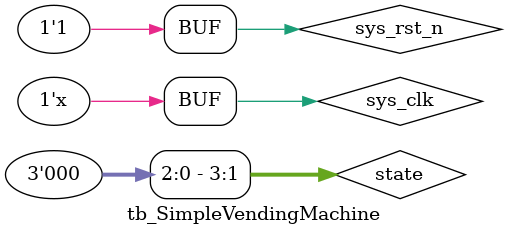
<source format=v>
`timescale 1ns/1ns

module tb_SimpleVendingMachine();
//reg define
reg sys_clk ;
reg sys_rst_n ;
reg [1:0] i_money ;

//wire define
wire o_cola;
wire o_change;

//Init inputs
initial begin
    sys_clk = 1'b1;
    sys_rst_n <= 1'b0;
    #20 // pre-rst
    sys_rst_n <= 1'b1;
end

//Simulate system clock (50M Hz)
    always #10 sys_clk = ~sys_clk;

    always begin
        #500 sys_rst_n = 1'b0; //reset
        #20 sys_rst_n = 1'b1; //release reset
    end
	 
//Generate the random input
    always@(posedge sys_clk or negedge sys_rst_n)
    if(sys_rst_n == 1'b0)
        i_money <= 2'b0;
    else
        i_money <= {$random} % 3;
//Take remainder, generate non-negative random number 0, 1, 2

//------------------------------------------------------------
//Get the internal variables of the instance "simple_fsm_inst"
    wire [3:0] state = SimpleVendingMachine_inst.state;
//-------------------------------------------------------------


//------------------------SimpleVendingMachine_inst------------------------
SimpleVendingMachine SimpleVendingMachine_inst(
    .sys_clk (sys_clk), //input sys_clk
    .sys_rst_n (sys_rst_n), //input sys_rst_n
    .i_money (i_money), //input coin

    .o_cola (o_cola), //output cola
    .o_change (o_change) //output change
);
endmodule
</source>
